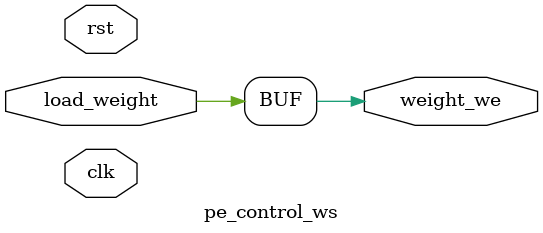
<source format=v>
module pe_control_ws (
    input wire clk,
    input wire rst,
    input wire load_weight,
    output reg weight_we // Weight Write Enable
);

    // Simple Control Logic for now
    // If we add Valid/Ready protocol later, it goes here.
    always @(*) begin
        weight_we = load_weight;
    end

endmodule

</source>
